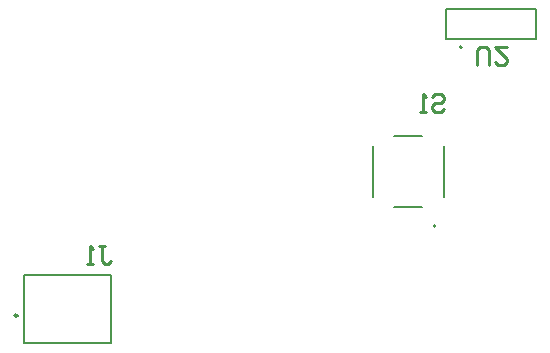
<source format=gbo>
G04*
G04 #@! TF.GenerationSoftware,Altium Limited,Altium Designer,24.3.1 (35)*
G04*
G04 Layer_Color=32896*
%FSLAX44Y44*%
%MOMM*%
G71*
G04*
G04 #@! TF.SameCoordinates,3191A570-1A6B-4277-BA42-F0865F8515EA*
G04*
G04*
G04 #@! TF.FilePolarity,Positive*
G04*
G01*
G75*
%ADD10C,0.2000*%
%ADD11C,0.1270*%
%ADD12C,0.2540*%
%ADD28C,0.2500*%
D10*
X382000Y256390D02*
G03*
X382000Y256390I-1000J0D01*
G01*
X359810Y104800D02*
G03*
X359810Y104800I-1000J0D01*
G01*
X368300Y262890D02*
Y288290D01*
X444500Y262890D02*
Y288290D01*
X368300D02*
X444500D01*
X368300Y262890D02*
X444500D01*
X11260Y5540D02*
Y63040D01*
X85260D01*
Y5540D02*
Y63040D01*
X11260Y5540D02*
X85260D01*
D11*
X324790Y121270D02*
X348310D01*
X306550Y129510D02*
Y173030D01*
X324790Y181270D02*
X348310D01*
X366550Y129510D02*
Y173030D01*
D12*
X394974Y241302D02*
Y253998D01*
X397513Y256537D01*
X402592D01*
X405131Y253998D01*
Y241302D01*
X420366Y256537D02*
X410209D01*
X420366Y246381D01*
Y243842D01*
X417827Y241302D01*
X412748D01*
X410209Y243842D01*
X74679Y87879D02*
X79758D01*
X77218D01*
Y75183D01*
X79758Y72644D01*
X82297D01*
X84836Y75183D01*
X69601Y72644D02*
X64523D01*
X67062D01*
Y87879D01*
X69601Y85340D01*
X356619Y214372D02*
X359159Y216911D01*
X364237D01*
X366776Y214372D01*
Y211833D01*
X364237Y209293D01*
X359159D01*
X356619Y206754D01*
Y204215D01*
X359159Y201676D01*
X364237D01*
X366776Y204215D01*
X351541Y201676D02*
X346463D01*
X349002D01*
Y216911D01*
X351541Y214372D01*
D28*
X5760Y29040D02*
G03*
X5760Y29040I-1250J0D01*
G01*
M02*

</source>
